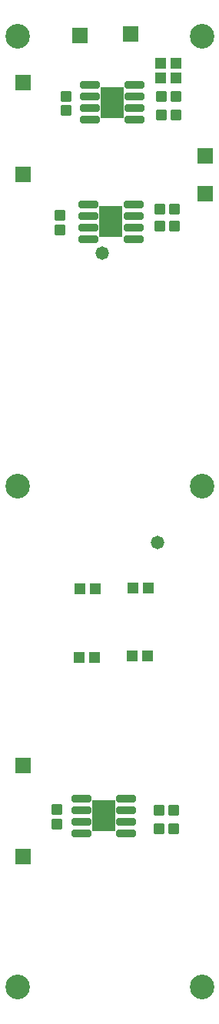
<source format=gbr>
%TF.GenerationSoftware,Altium Limited,Altium Designer,22.2.1 (43)*%
G04 Layer_Color=8388736*
%FSLAX45Y45*%
%MOMM*%
%TF.SameCoordinates,68419969-02EB-4E78-BB40-8B94D9E39CA8*%
%TF.FilePolarity,Negative*%
%TF.FileFunction,Soldermask,Top*%
%TF.Part,Single*%
G01*
G75*
%TA.AperFunction,ComponentPad*%
%ADD20R,1.70320X1.70320*%
%ADD21R,1.70320X1.70320*%
%TA.AperFunction,ViaPad*%
%ADD22C,1.47320*%
%ADD23C,2.70320*%
%TA.AperFunction,SMDPad,CuDef*%
%ADD31R,1.30320X1.20320*%
%ADD32R,2.61620X3.50520*%
G04:AMPARAMS|DCode=33|XSize=2.1732mm|YSize=0.8032mm|CornerRadius=0.1766mm|HoleSize=0mm|Usage=FLASHONLY|Rotation=0.000|XOffset=0mm|YOffset=0mm|HoleType=Round|Shape=RoundedRectangle|*
%AMROUNDEDRECTD33*
21,1,2.17320,0.45000,0,0,0.0*
21,1,1.82000,0.80320,0,0,0.0*
1,1,0.35320,0.91000,-0.22500*
1,1,0.35320,-0.91000,-0.22500*
1,1,0.35320,-0.91000,0.22500*
1,1,0.35320,0.91000,0.22500*
%
%ADD33ROUNDEDRECTD33*%
G04:AMPARAMS|DCode=34|XSize=1.1432mm|YSize=1.2232mm|CornerRadius=0.1956mm|HoleSize=0mm|Usage=FLASHONLY|Rotation=0.000|XOffset=0mm|YOffset=0mm|HoleType=Round|Shape=RoundedRectangle|*
%AMROUNDEDRECTD34*
21,1,1.14320,0.83200,0,0,0.0*
21,1,0.75200,1.22320,0,0,0.0*
1,1,0.39120,0.37600,-0.41600*
1,1,0.39120,-0.37600,-0.41600*
1,1,0.39120,-0.37600,0.41600*
1,1,0.39120,0.37600,0.41600*
%
%ADD34ROUNDEDRECTD34*%
G04:AMPARAMS|DCode=35|XSize=1.1432mm|YSize=1.2232mm|CornerRadius=0.1956mm|HoleSize=0mm|Usage=FLASHONLY|Rotation=90.000|XOffset=0mm|YOffset=0mm|HoleType=Round|Shape=RoundedRectangle|*
%AMROUNDEDRECTD35*
21,1,1.14320,0.83200,0,0,90.0*
21,1,0.75200,1.22320,0,0,90.0*
1,1,0.39120,0.41600,0.37600*
1,1,0.39120,0.41600,-0.37600*
1,1,0.39120,-0.41600,-0.37600*
1,1,0.39120,-0.41600,0.37600*
%
%ADD35ROUNDEDRECTD35*%
D20*
X14833600Y12458700D02*
D03*
X14274800Y12446000D02*
D03*
X15659100Y11125200D02*
D03*
Y10706100D02*
D03*
D21*
X13652499Y10922000D02*
D03*
Y3432378D02*
D03*
Y11925300D02*
D03*
Y4432376D02*
D03*
D22*
X15135860Y6879499D02*
D03*
X14521181Y10053320D02*
D03*
D23*
X15621001Y2000001D02*
D03*
X13589000D02*
D03*
X15621001Y12433300D02*
D03*
X13589000D02*
D03*
Y7500000D02*
D03*
X15621001D02*
D03*
D31*
X15337698Y11976100D02*
D03*
X15167702D02*
D03*
X15337698Y12141200D02*
D03*
X15167702D02*
D03*
X15032899Y6383401D02*
D03*
X14862901D02*
D03*
X15020200Y5634101D02*
D03*
X14850201D02*
D03*
X14448698Y6370701D02*
D03*
X14278700D02*
D03*
X14435999Y5621401D02*
D03*
X14266000D02*
D03*
D32*
X14630400Y11709400D02*
D03*
X14539107Y3881653D02*
D03*
X14617700Y10401300D02*
D03*
D33*
X14877898Y11899900D02*
D03*
Y11772900D02*
D03*
Y11645900D02*
D03*
Y11518900D02*
D03*
X14382903D02*
D03*
Y11645900D02*
D03*
Y11772900D02*
D03*
Y11899900D02*
D03*
X14786604Y4072153D02*
D03*
Y3945153D02*
D03*
Y3818153D02*
D03*
Y3691153D02*
D03*
X14291611D02*
D03*
Y3818153D02*
D03*
Y3945153D02*
D03*
Y4072153D02*
D03*
X14865198Y10591800D02*
D03*
Y10464800D02*
D03*
Y10337800D02*
D03*
Y10210800D02*
D03*
X14370203D02*
D03*
Y10337800D02*
D03*
Y10464800D02*
D03*
Y10591800D02*
D03*
D34*
X15173701Y11772900D02*
D03*
X15331699D02*
D03*
X15173701Y11569700D02*
D03*
X15331699D02*
D03*
X15148302Y3945001D02*
D03*
X15306299D02*
D03*
X15148302Y3741801D02*
D03*
X15306299D02*
D03*
X15161002Y10350500D02*
D03*
X15318999D02*
D03*
X15161002Y10541000D02*
D03*
X15318999D02*
D03*
D35*
X14122400Y11617701D02*
D03*
Y11775699D02*
D03*
X14020799Y3789802D02*
D03*
Y3947800D02*
D03*
X14058900Y10309601D02*
D03*
Y10467599D02*
D03*
%TF.MD5,c1718c3bdbc9abbbc62767cdf5f61619*%
M02*

</source>
